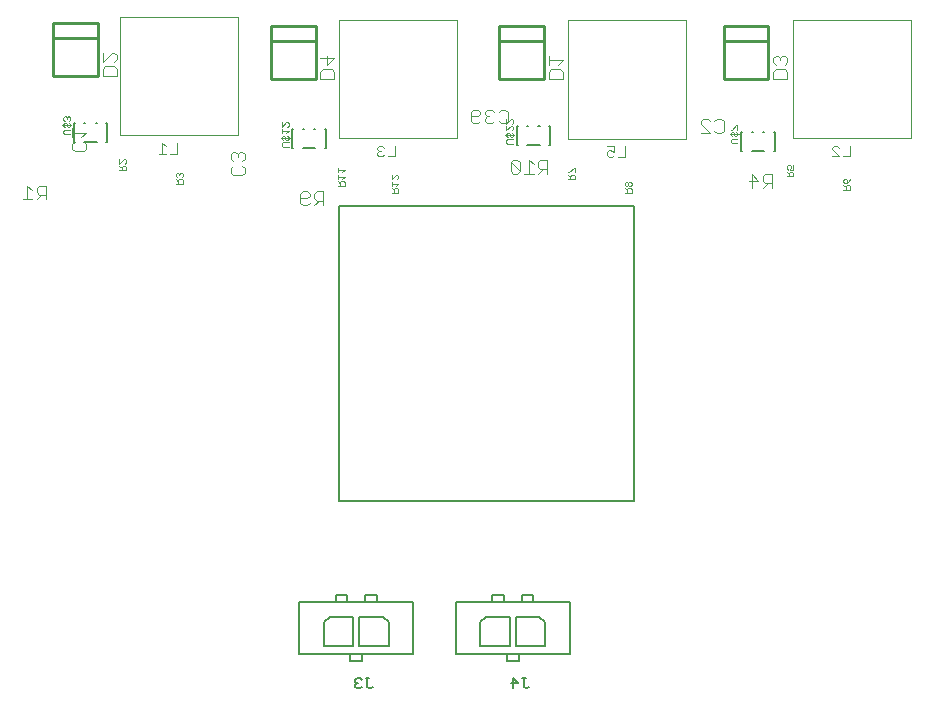
<source format=gbr>
G04 EAGLE Gerber RS-274X export*
G75*
%MOMM*%
%FSLAX34Y34*%
%LPD*%
%INSilkscreen Bottom*%
%IPPOS*%
%AMOC8*
5,1,8,0,0,1.08239X$1,22.5*%
G01*
%ADD10C,0.200000*%
%ADD11C,0.101600*%
%ADD12C,0.100000*%
%ADD13C,0.127000*%
%ADD14C,0.152400*%
%ADD15C,0.050800*%
%ADD16C,0.254000*%


D10*
X550000Y70000D02*
X550000Y320000D01*
X300000Y320000D01*
X300000Y70000D01*
X550000Y70000D01*
D11*
X476817Y347508D02*
X476817Y359202D01*
X470970Y359202D01*
X469021Y357253D01*
X469021Y353355D01*
X470970Y351406D01*
X476817Y351406D01*
X472919Y351406D02*
X469021Y347508D01*
X465123Y355304D02*
X461225Y359202D01*
X461225Y347508D01*
X465123Y347508D02*
X457327Y347508D01*
X453429Y349457D02*
X453429Y357253D01*
X451480Y359202D01*
X447582Y359202D01*
X445633Y357253D01*
X445633Y349457D01*
X447582Y347508D01*
X451480Y347508D01*
X453429Y349457D01*
X445633Y357253D01*
D12*
X594500Y377200D02*
X594500Y477200D01*
X494500Y477200D01*
X494500Y377200D01*
X594500Y377200D01*
D11*
X542408Y370700D02*
X542408Y361708D01*
X536413Y361708D01*
X533200Y370700D02*
X527205Y370700D01*
X533200Y370700D02*
X533200Y366204D01*
X530203Y367702D01*
X528704Y367702D01*
X527205Y366204D01*
X527205Y363207D01*
X528704Y361708D01*
X531701Y361708D01*
X533200Y363207D01*
X437395Y401752D02*
X435446Y399803D01*
X437395Y401752D02*
X441293Y401752D01*
X443242Y399803D01*
X443242Y392007D01*
X441293Y390058D01*
X437395Y390058D01*
X435446Y392007D01*
X431548Y399803D02*
X429599Y401752D01*
X425701Y401752D01*
X423752Y399803D01*
X423752Y397854D01*
X425701Y395905D01*
X427650Y395905D01*
X425701Y395905D02*
X423752Y393956D01*
X423752Y392007D01*
X425701Y390058D01*
X429599Y390058D01*
X431548Y392007D01*
X419854Y392007D02*
X417905Y390058D01*
X414007Y390058D01*
X412058Y392007D01*
X412058Y399803D01*
X414007Y401752D01*
X417905Y401752D01*
X419854Y399803D01*
X419854Y397854D01*
X417905Y395905D01*
X412058Y395905D01*
D13*
X310000Y-59000D02*
X266750Y-59000D01*
X310000Y-59000D02*
X320000Y-59000D01*
X363250Y-59000D01*
X363250Y-15300D01*
X332500Y-15300D01*
X322500Y-15300D01*
X307500Y-15300D01*
X297500Y-15300D01*
X266750Y-15300D01*
X266750Y-59000D01*
X310000Y-59000D02*
X310000Y-65000D01*
X320000Y-65000D01*
X320000Y-59000D01*
X307500Y-15300D02*
X307500Y-9300D01*
X297500Y-9300D01*
X297500Y-15300D01*
X322500Y-15300D02*
X322500Y-9300D01*
X332500Y-9300D01*
X332500Y-15300D01*
X342500Y-52500D02*
X317500Y-52500D01*
X342500Y-52500D02*
X342500Y-32500D01*
X337500Y-27500D01*
X317500Y-27500D01*
X317500Y-52500D01*
X312500Y-52500D02*
X287500Y-52500D01*
X312500Y-52500D02*
X312500Y-27500D01*
X292500Y-27500D01*
X287500Y-32500D01*
X287500Y-52500D01*
X327325Y-88365D02*
X328781Y-86909D01*
X327325Y-88365D02*
X325868Y-88365D01*
X324412Y-86909D01*
X324412Y-79628D01*
X325868Y-79628D02*
X322956Y-79628D01*
X319573Y-81084D02*
X318117Y-79628D01*
X315204Y-79628D01*
X313748Y-81084D01*
X313748Y-82540D01*
X315204Y-83996D01*
X316660Y-83996D01*
X315204Y-83996D02*
X313748Y-85453D01*
X313748Y-86909D01*
X315204Y-88365D01*
X318117Y-88365D01*
X319573Y-86909D01*
X399250Y-59000D02*
X442500Y-59000D01*
X452500Y-59000D01*
X495750Y-59000D01*
X495750Y-15300D01*
X465000Y-15300D01*
X455000Y-15300D01*
X440000Y-15300D01*
X430000Y-15300D01*
X399250Y-15300D01*
X399250Y-59000D01*
X442500Y-59000D02*
X442500Y-65000D01*
X452500Y-65000D01*
X452500Y-59000D01*
X440000Y-15300D02*
X440000Y-9300D01*
X430000Y-9300D01*
X430000Y-15300D01*
X455000Y-15300D02*
X455000Y-9300D01*
X465000Y-9300D01*
X465000Y-15300D01*
X475000Y-52500D02*
X450000Y-52500D01*
X475000Y-52500D02*
X475000Y-32500D01*
X470000Y-27500D01*
X450000Y-27500D01*
X450000Y-52500D01*
X445000Y-52500D02*
X420000Y-52500D01*
X445000Y-52500D02*
X445000Y-27500D01*
X425000Y-27500D01*
X420000Y-32500D01*
X420000Y-52500D01*
X459825Y-88365D02*
X461281Y-86909D01*
X459825Y-88365D02*
X458368Y-88365D01*
X456912Y-86909D01*
X456912Y-79628D01*
X458368Y-79628D02*
X455456Y-79628D01*
X447704Y-79628D02*
X447704Y-88365D01*
X452073Y-83996D02*
X447704Y-79628D01*
X446248Y-83996D02*
X452073Y-83996D01*
D14*
X479220Y371900D02*
X479220Y388100D01*
X450780Y388100D02*
X450780Y371900D01*
X459780Y371900D02*
X470220Y371900D01*
X460720Y388100D02*
X459780Y388100D01*
X469280Y388100D02*
X470220Y388100D01*
X451720Y388100D02*
X450780Y388100D01*
X478280Y388100D02*
X479220Y388100D01*
X479220Y371900D02*
X478280Y371900D01*
X451720Y371900D02*
X450780Y371900D01*
D15*
X447701Y372852D02*
X443040Y372852D01*
X442108Y373784D01*
X442108Y375648D01*
X443040Y376580D01*
X447701Y376580D01*
X443040Y378465D02*
X442108Y379397D01*
X442108Y381261D01*
X443040Y382193D01*
X443972Y382193D01*
X444904Y381261D01*
X444904Y379397D01*
X445837Y378465D01*
X446769Y378465D01*
X447701Y379397D01*
X447701Y381261D01*
X446769Y382193D01*
X448633Y380329D02*
X441176Y380329D01*
X442108Y384078D02*
X442108Y387806D01*
X442108Y384078D02*
X445837Y387806D01*
X446769Y387806D01*
X447701Y386874D01*
X447701Y385010D01*
X446769Y384078D01*
X442108Y389691D02*
X442108Y393419D01*
X442108Y389691D02*
X445837Y393419D01*
X446769Y393419D01*
X447701Y392487D01*
X447701Y390623D01*
X446769Y389691D01*
X494458Y342878D02*
X500051Y342878D01*
X500051Y345674D01*
X499119Y346606D01*
X497254Y346606D01*
X496322Y345674D01*
X496322Y342878D01*
X496322Y344742D02*
X494458Y346606D01*
X500051Y348491D02*
X500051Y352219D01*
X499119Y352219D01*
X495390Y348491D01*
X494458Y348491D01*
X542454Y331404D02*
X548047Y331404D01*
X548047Y334200D01*
X547115Y335133D01*
X545250Y335133D01*
X544318Y334200D01*
X544318Y331404D01*
X544318Y333268D02*
X542454Y335133D01*
X547115Y337017D02*
X548047Y337949D01*
X548047Y339813D01*
X547115Y340746D01*
X546183Y340746D01*
X545250Y339813D01*
X544318Y340746D01*
X543386Y340746D01*
X542454Y339813D01*
X542454Y337949D01*
X543386Y337017D01*
X544318Y337017D01*
X545250Y337949D01*
X546183Y337017D01*
X547115Y337017D01*
X545250Y337949D02*
X545250Y339813D01*
D16*
X474000Y427500D02*
X474000Y459500D01*
X474000Y472500D01*
X436000Y472500D01*
X436000Y459500D01*
X436000Y427500D01*
X474000Y427500D01*
X474000Y459500D02*
X436000Y459500D01*
D11*
X478008Y428008D02*
X489702Y428008D01*
X478008Y428008D02*
X478008Y433855D01*
X479957Y435804D01*
X487753Y435804D01*
X489702Y433855D01*
X489702Y428008D01*
X485804Y439702D02*
X489702Y443600D01*
X478008Y443600D01*
X478008Y439702D02*
X478008Y447498D01*
X52192Y337402D02*
X52192Y325708D01*
X52192Y337402D02*
X46345Y337402D01*
X44396Y335453D01*
X44396Y331555D01*
X46345Y329606D01*
X52192Y329606D01*
X48294Y329606D02*
X44396Y325708D01*
X40498Y333504D02*
X36600Y337402D01*
X36600Y325708D01*
X40498Y325708D02*
X32702Y325708D01*
D12*
X215000Y380000D02*
X215000Y480000D01*
X115000Y480000D01*
X115000Y380000D01*
X215000Y380000D01*
D11*
X162908Y373500D02*
X162908Y364508D01*
X156913Y364508D01*
X153700Y370502D02*
X150703Y373500D01*
X150703Y364508D01*
X153700Y364508D02*
X147705Y364508D01*
X86252Y372305D02*
X84303Y374254D01*
X86252Y372305D02*
X86252Y368407D01*
X84303Y366458D01*
X76507Y366458D01*
X74558Y368407D01*
X74558Y372305D01*
X76507Y374254D01*
X82354Y378152D02*
X86252Y382050D01*
X74558Y382050D01*
X74558Y378152D02*
X74558Y385948D01*
D14*
X104220Y390600D02*
X104220Y374400D01*
X75780Y374400D02*
X75780Y390600D01*
X84780Y374400D02*
X95220Y374400D01*
X85720Y390600D02*
X84780Y390600D01*
X94280Y390600D02*
X95220Y390600D01*
X76720Y390600D02*
X75780Y390600D01*
X103280Y390600D02*
X104220Y390600D01*
X104220Y374400D02*
X103280Y374400D01*
X76720Y374400D02*
X75780Y374400D01*
D15*
X72701Y380965D02*
X68040Y380965D01*
X67108Y381897D01*
X67108Y383761D01*
X68040Y384693D01*
X72701Y384693D01*
X68040Y386578D02*
X67108Y387510D01*
X67108Y389374D01*
X68040Y390306D01*
X68972Y390306D01*
X69904Y389374D01*
X69904Y387510D01*
X70837Y386578D01*
X71769Y386578D01*
X72701Y387510D01*
X72701Y389374D01*
X71769Y390306D01*
X73633Y388442D02*
X66176Y388442D01*
X71769Y392191D02*
X72701Y393123D01*
X72701Y394987D01*
X71769Y395919D01*
X70837Y395919D01*
X69904Y394987D01*
X69904Y394055D01*
X69904Y394987D02*
X68972Y395919D01*
X68040Y395919D01*
X67108Y394987D01*
X67108Y393123D01*
X68040Y392191D01*
X114458Y350378D02*
X120051Y350378D01*
X120051Y353174D01*
X119119Y354106D01*
X117254Y354106D01*
X116322Y353174D01*
X116322Y350378D01*
X116322Y352242D02*
X114458Y354106D01*
X114458Y355991D02*
X114458Y359719D01*
X114458Y355991D02*
X118187Y359719D01*
X119119Y359719D01*
X120051Y358787D01*
X120051Y356923D01*
X119119Y355991D01*
X162454Y338904D02*
X168047Y338904D01*
X168047Y341700D01*
X167115Y342633D01*
X165250Y342633D01*
X164318Y341700D01*
X164318Y338904D01*
X164318Y340768D02*
X162454Y342633D01*
X167115Y344517D02*
X168047Y345449D01*
X168047Y347313D01*
X167115Y348246D01*
X166183Y348246D01*
X165250Y347313D01*
X165250Y346381D01*
X165250Y347313D02*
X164318Y348246D01*
X163386Y348246D01*
X162454Y347313D01*
X162454Y345449D01*
X163386Y344517D01*
D16*
X96500Y430000D02*
X96500Y462000D01*
X96500Y475000D01*
X58500Y475000D01*
X58500Y462000D01*
X58500Y430000D01*
X96500Y430000D01*
X96500Y462000D02*
X58500Y462000D01*
D11*
X100508Y430508D02*
X112202Y430508D01*
X100508Y430508D02*
X100508Y436355D01*
X102457Y438304D01*
X110253Y438304D01*
X112202Y436355D01*
X112202Y430508D01*
X100508Y442202D02*
X100508Y449998D01*
X100508Y442202D02*
X108304Y449998D01*
X110253Y449998D01*
X112202Y448049D01*
X112202Y444151D01*
X110253Y442202D01*
X667192Y347402D02*
X667192Y335708D01*
X667192Y347402D02*
X661345Y347402D01*
X659396Y345453D01*
X659396Y341555D01*
X661345Y339606D01*
X667192Y339606D01*
X663294Y339606D02*
X659396Y335708D01*
X649651Y335708D02*
X649651Y347402D01*
X655498Y341555D01*
X647702Y341555D01*
D12*
X785000Y377500D02*
X785000Y477500D01*
X685000Y477500D01*
X685000Y377500D01*
X785000Y377500D01*
D11*
X732908Y371000D02*
X732908Y362008D01*
X726913Y362008D01*
X723700Y362008D02*
X717705Y362008D01*
X717705Y368002D02*
X723700Y362008D01*
X717705Y368002D02*
X717705Y369501D01*
X719204Y371000D01*
X722201Y371000D01*
X723700Y369501D01*
X620195Y393752D02*
X618246Y391803D01*
X620195Y393752D02*
X624093Y393752D01*
X626042Y391803D01*
X626042Y384007D01*
X624093Y382058D01*
X620195Y382058D01*
X618246Y384007D01*
X614348Y382058D02*
X606552Y382058D01*
X614348Y382058D02*
X606552Y389854D01*
X606552Y391803D01*
X608501Y393752D01*
X612399Y393752D01*
X614348Y391803D01*
D14*
X669220Y383100D02*
X669220Y366900D01*
X640780Y366900D02*
X640780Y383100D01*
X649780Y366900D02*
X660220Y366900D01*
X650720Y383100D02*
X649780Y383100D01*
X659280Y383100D02*
X660220Y383100D01*
X641720Y383100D02*
X640780Y383100D01*
X668280Y383100D02*
X669220Y383100D01*
X669220Y366900D02*
X668280Y366900D01*
X641720Y366900D02*
X640780Y366900D01*
D15*
X637701Y373465D02*
X633040Y373465D01*
X632108Y374397D01*
X632108Y376261D01*
X633040Y377193D01*
X637701Y377193D01*
X633040Y379078D02*
X632108Y380010D01*
X632108Y381874D01*
X633040Y382806D01*
X633972Y382806D01*
X634904Y381874D01*
X634904Y380010D01*
X635837Y379078D01*
X636769Y379078D01*
X637701Y380010D01*
X637701Y381874D01*
X636769Y382806D01*
X638633Y380942D02*
X631176Y380942D01*
X637701Y384691D02*
X637701Y388419D01*
X636769Y388419D01*
X633040Y384691D01*
X632108Y384691D01*
X679458Y345378D02*
X685051Y345378D01*
X685051Y348174D01*
X684119Y349106D01*
X682254Y349106D01*
X681322Y348174D01*
X681322Y345378D01*
X681322Y347242D02*
X679458Y349106D01*
X685051Y350991D02*
X685051Y354719D01*
X685051Y350991D02*
X682254Y350991D01*
X683187Y352855D01*
X683187Y353787D01*
X682254Y354719D01*
X680390Y354719D01*
X679458Y353787D01*
X679458Y351923D01*
X680390Y350991D01*
X727454Y333904D02*
X733047Y333904D01*
X733047Y336700D01*
X732115Y337633D01*
X730250Y337633D01*
X729318Y336700D01*
X729318Y333904D01*
X729318Y335768D02*
X727454Y337633D01*
X732115Y341381D02*
X733047Y343246D01*
X732115Y341381D02*
X730250Y339517D01*
X728386Y339517D01*
X727454Y340449D01*
X727454Y342313D01*
X728386Y343246D01*
X729318Y343246D01*
X730250Y342313D01*
X730250Y339517D01*
D16*
X664000Y427500D02*
X664000Y459500D01*
X664000Y472500D01*
X626000Y472500D01*
X626000Y459500D01*
X626000Y427500D01*
X664000Y427500D01*
X664000Y459500D02*
X626000Y459500D01*
D11*
X668008Y428008D02*
X679702Y428008D01*
X668008Y428008D02*
X668008Y433855D01*
X669957Y435804D01*
X677753Y435804D01*
X679702Y433855D01*
X679702Y428008D01*
X677753Y439702D02*
X679702Y441651D01*
X679702Y445549D01*
X677753Y447498D01*
X675804Y447498D01*
X673855Y445549D01*
X673855Y443600D01*
X673855Y445549D02*
X671906Y447498D01*
X669957Y447498D01*
X668008Y445549D01*
X668008Y441651D01*
X669957Y439702D01*
X287192Y332402D02*
X287192Y320708D01*
X287192Y332402D02*
X281345Y332402D01*
X279396Y330453D01*
X279396Y326555D01*
X281345Y324606D01*
X287192Y324606D01*
X283294Y324606D02*
X279396Y320708D01*
X275498Y322657D02*
X273549Y320708D01*
X269651Y320708D01*
X267702Y322657D01*
X267702Y330453D01*
X269651Y332402D01*
X273549Y332402D01*
X275498Y330453D01*
X275498Y328504D01*
X273549Y326555D01*
X267702Y326555D01*
D12*
X400000Y377500D02*
X400000Y477500D01*
X300000Y477500D01*
X300000Y377500D01*
X400000Y377500D01*
D11*
X347908Y371000D02*
X347908Y362008D01*
X341913Y362008D01*
X338700Y369501D02*
X337201Y371000D01*
X334204Y371000D01*
X332705Y369501D01*
X332705Y368002D01*
X334204Y366504D01*
X335703Y366504D01*
X334204Y366504D02*
X332705Y365005D01*
X332705Y363507D01*
X334204Y362008D01*
X337201Y362008D01*
X338700Y363507D01*
X220452Y352017D02*
X218503Y353966D01*
X220452Y352017D02*
X220452Y348119D01*
X218503Y346170D01*
X210707Y346170D01*
X208758Y348119D01*
X208758Y352017D01*
X210707Y353966D01*
X218503Y357864D02*
X220452Y359813D01*
X220452Y363711D01*
X218503Y365660D01*
X216554Y365660D01*
X214605Y363711D01*
X214605Y361762D01*
X214605Y363711D02*
X212656Y365660D01*
X210707Y365660D01*
X208758Y363711D01*
X208758Y359813D01*
X210707Y357864D01*
D14*
X289220Y369400D02*
X289220Y385600D01*
X260780Y385600D02*
X260780Y369400D01*
X269780Y369400D02*
X280220Y369400D01*
X270720Y385600D02*
X269780Y385600D01*
X279280Y385600D02*
X280220Y385600D01*
X261720Y385600D02*
X260780Y385600D01*
X288280Y385600D02*
X289220Y385600D01*
X289220Y369400D02*
X288280Y369400D01*
X261720Y369400D02*
X260780Y369400D01*
D15*
X257701Y370352D02*
X253040Y370352D01*
X252108Y371284D01*
X252108Y373148D01*
X253040Y374080D01*
X257701Y374080D01*
X253040Y375965D02*
X252108Y376897D01*
X252108Y378761D01*
X253040Y379693D01*
X253972Y379693D01*
X254904Y378761D01*
X254904Y376897D01*
X255837Y375965D01*
X256769Y375965D01*
X257701Y376897D01*
X257701Y378761D01*
X256769Y379693D01*
X258633Y377829D02*
X251176Y377829D01*
X255837Y381578D02*
X257701Y383442D01*
X252108Y383442D01*
X252108Y381578D02*
X252108Y385306D01*
X252108Y387191D02*
X252108Y390919D01*
X252108Y387191D02*
X255837Y390919D01*
X256769Y390919D01*
X257701Y389987D01*
X257701Y388123D01*
X256769Y387191D01*
X299458Y337265D02*
X305051Y337265D01*
X305051Y340061D01*
X304119Y340993D01*
X302254Y340993D01*
X301322Y340061D01*
X301322Y337265D01*
X301322Y339129D02*
X299458Y340993D01*
X303187Y342878D02*
X305051Y344742D01*
X299458Y344742D01*
X299458Y342878D02*
X299458Y346606D01*
X303187Y348491D02*
X305051Y350355D01*
X299458Y350355D01*
X299458Y348491D02*
X299458Y352219D01*
X344954Y331404D02*
X350547Y331404D01*
X350547Y334200D01*
X349615Y335133D01*
X347750Y335133D01*
X346818Y334200D01*
X346818Y331404D01*
X346818Y333268D02*
X344954Y335133D01*
X348683Y337017D02*
X350547Y338881D01*
X344954Y338881D01*
X344954Y337017D02*
X344954Y340746D01*
X344954Y342630D02*
X344954Y346359D01*
X344954Y342630D02*
X348683Y346359D01*
X349615Y346359D01*
X350547Y345427D01*
X350547Y343562D01*
X349615Y342630D01*
D16*
X280700Y427500D02*
X280700Y459500D01*
X280700Y472500D01*
X242700Y472500D01*
X242700Y459500D01*
X242700Y427500D01*
X280700Y427500D01*
X280700Y459500D02*
X242700Y459500D01*
D11*
X284708Y428008D02*
X296402Y428008D01*
X284708Y428008D02*
X284708Y433855D01*
X286657Y435804D01*
X294453Y435804D01*
X296402Y433855D01*
X296402Y428008D01*
X296402Y445549D02*
X284708Y445549D01*
X290555Y439702D02*
X296402Y445549D01*
X290555Y447498D02*
X290555Y439702D01*
M02*

</source>
